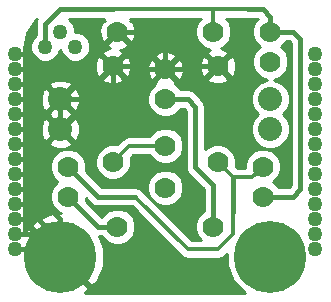
<source format=gtl>
G04 #@! TF.FileFunction,Copper,L1,Top,Signal*
%FSLAX46Y46*%
G04 Gerber Fmt 4.6, Leading zero omitted, Abs format (unit mm)*
G04 Created by KiCad (PCBNEW 4.0.2-4+6225~38~ubuntu15.04.1-stable) date Tue Mar  1 12:04:06 2016*
%MOMM*%
G01*
G04 APERTURE LIST*
%ADD10C,0.050800*%
%ADD11C,2.032000*%
%ADD12C,6.096000*%
%ADD13C,1.778000*%
%ADD14C,1.270000*%
%ADD15C,0.381000*%
%ADD16C,0.350000*%
%ADD17C,0.254000*%
G04 APERTURE END LIST*
D10*
D11*
X3810000Y17145000D03*
X3810000Y14605000D03*
X21590000Y17145000D03*
X21590000Y14605000D03*
D12*
X21590000Y3810000D03*
X3810000Y3810000D03*
D13*
X12700000Y13208000D03*
X12700000Y9652000D03*
D14*
X25400000Y20955000D03*
X0Y20955000D03*
X0Y19685000D03*
X0Y18415000D03*
X0Y17145000D03*
X0Y15875000D03*
X0Y14605000D03*
X0Y13335000D03*
X0Y12065000D03*
X0Y10795000D03*
X0Y9525000D03*
X0Y8255000D03*
X0Y6985000D03*
X0Y5715000D03*
X0Y4445000D03*
X25400000Y19685000D03*
X25400000Y18415000D03*
X25400000Y17145000D03*
X25400000Y15875000D03*
X25400000Y14605000D03*
X25400000Y13335000D03*
X25400000Y12065000D03*
X25400000Y10795000D03*
X25400000Y9525000D03*
X25400000Y8255000D03*
X25400000Y6985000D03*
X25400000Y5715000D03*
X25400000Y4445000D03*
D13*
X12700000Y19685000D03*
X12700000Y17145000D03*
X21590000Y22860000D03*
X21590000Y20320000D03*
X20955000Y11430000D03*
X20955000Y8890000D03*
X4445000Y11430000D03*
X4445000Y8890000D03*
D14*
X3810000Y22860000D03*
X5080000Y21590000D03*
X2540000Y21590000D03*
D13*
X16764000Y6350000D03*
X8636000Y6350000D03*
X17145000Y19939000D03*
X17145000Y11811000D03*
X8636000Y22860000D03*
X16764000Y22860000D03*
X8255000Y19939000D03*
X8255000Y11811000D03*
D15*
X18415000Y7620000D02*
X18415000Y10541000D01*
D16*
X18415000Y5715000D02*
X18415000Y7620000D01*
X14605000Y4445000D02*
X10160000Y8890000D01*
D15*
X6350000Y9525000D02*
X6985000Y8890000D01*
X6985000Y8890000D02*
X10160000Y8890000D01*
X6350000Y9525000D02*
X4445000Y11430000D01*
D16*
X18415000Y10541000D02*
X20066000Y10541000D01*
X20066000Y10541000D02*
X20955000Y11430000D01*
X18415000Y10541000D02*
X17145000Y11811000D01*
X18415000Y5715000D02*
X17145000Y4445000D01*
X17145000Y4445000D02*
X14605000Y4445000D01*
D15*
X20955000Y24752235D02*
X19697765Y24752235D01*
X19697765Y24752235D02*
X19685000Y24765000D01*
X21590000Y22860000D02*
X21590000Y24117235D01*
X21590000Y24117235D02*
X20955000Y24752235D01*
X23495000Y8890000D02*
X20955000Y8890000D01*
X24130000Y9525000D02*
X23495000Y8890000D01*
X24130000Y22225000D02*
X24130000Y9525000D01*
X23495000Y22860000D02*
X24130000Y22225000D01*
X21590000Y22860000D02*
X23495000Y22860000D01*
X3810000Y24765000D02*
X2540000Y23495000D01*
X2540000Y23495000D02*
X2540000Y21590000D01*
X8255000Y24765000D02*
X3810000Y24765000D01*
D16*
X16764000Y24765000D02*
X19685000Y24765000D01*
X16764000Y22860000D02*
X16764000Y24765000D01*
X8255000Y24765000D02*
X16764000Y24765000D01*
X12700000Y13208000D02*
X9652000Y13208000D01*
X9652000Y13208000D02*
X8255000Y11811000D01*
D15*
X8636000Y6350000D02*
X6985000Y6350000D01*
X6985000Y6350000D02*
X4445000Y8890000D01*
X10160000Y19939000D02*
X8255000Y19939000D01*
X12700000Y19685000D02*
X10414000Y19685000D01*
X10414000Y19685000D02*
X10160000Y19939000D01*
X15240000Y19939000D02*
X17145000Y19939000D01*
X12700000Y19685000D02*
X14986000Y19685000D01*
X14986000Y19685000D02*
X15240000Y19939000D01*
X3810000Y6985000D02*
X3810000Y3810000D01*
X2540000Y8255000D02*
X3810000Y6985000D01*
X1270000Y8255000D02*
X2540000Y8255000D01*
X1905000Y6985000D02*
X3810000Y5080000D01*
X3810000Y5080000D02*
X3810000Y3810000D01*
X1270000Y6985000D02*
X1905000Y6985000D01*
X1270000Y6985000D02*
X1270000Y8255000D01*
X0Y6985000D02*
X1270000Y6985000D01*
X1270000Y8255000D02*
X1270000Y9525000D01*
X0Y8255000D02*
X1270000Y8255000D01*
X0Y9525000D02*
X1270000Y9525000D01*
X1270000Y13335000D02*
X1270000Y10795000D01*
X1270000Y10795000D02*
X1270000Y9525000D01*
X0Y10795000D02*
X1270000Y10795000D01*
X0Y12065000D02*
X1270000Y12065000D01*
X1270000Y14605000D02*
X1270000Y13335000D01*
X0Y13335000D02*
X1270000Y13335000D01*
X1270000Y15875000D02*
X1270000Y14605000D01*
X0Y14605000D02*
X1270000Y14605000D01*
X1270000Y17145000D02*
X1270000Y15875000D01*
X0Y15875000D02*
X1270000Y15875000D01*
X1270000Y18415000D02*
X1270000Y17145000D01*
X0Y17145000D02*
X1270000Y17145000D01*
X1270000Y19685000D02*
X1270000Y18415000D01*
X0Y18415000D02*
X1270000Y18415000D01*
X1270000Y20955000D02*
X1270000Y19685000D01*
X0Y19685000D02*
X1270000Y19685000D01*
X0Y20955000D02*
X1270000Y20955000D01*
X0Y5715000D02*
X1905000Y5715000D01*
X1905000Y5715000D02*
X3810000Y3810000D01*
X0Y4445000D02*
X3175000Y4445000D01*
X3175000Y4445000D02*
X3810000Y3810000D01*
X8636000Y22860000D02*
X12192000Y22860000D01*
X12700000Y22352000D02*
X12700000Y19685000D01*
X12192000Y22860000D02*
X12700000Y22352000D01*
X3810000Y17145000D02*
X7620000Y17145000D01*
X8255000Y17780000D02*
X8255000Y19939000D01*
X7620000Y17145000D02*
X8255000Y17780000D01*
X3810000Y17145000D02*
X3810000Y14605000D01*
X15240000Y11430000D02*
X15240000Y16510000D01*
X16764000Y6350000D02*
X16764000Y9906000D01*
X16764000Y9906000D02*
X15240000Y11430000D01*
X15240000Y16510000D02*
X14605000Y17145000D01*
X14605000Y17145000D02*
X12700000Y17145000D01*
D17*
G36*
X15472769Y23724404D02*
X15240265Y23164472D01*
X15239736Y22558188D01*
X15471262Y21997851D01*
X15899596Y21568769D01*
X16459528Y21336265D01*
X16505704Y21336225D01*
X16337467Y21266539D01*
X16252409Y21011196D01*
X17145000Y20118605D01*
X18037591Y21011196D01*
X17952533Y21266539D01*
X17392936Y21470900D01*
X17626149Y21567262D01*
X18055231Y21995596D01*
X18287735Y22555528D01*
X18288264Y23161812D01*
X18056738Y23722149D01*
X17824293Y23955000D01*
X19555666Y23955000D01*
X19697765Y23926735D01*
X20501453Y23926735D01*
X20298769Y23724404D01*
X20066265Y23164472D01*
X20065736Y22558188D01*
X20297262Y21997851D01*
X20704737Y21589664D01*
X20298769Y21184404D01*
X20066265Y20624472D01*
X20065736Y20018188D01*
X20297262Y19457851D01*
X20725596Y19028769D01*
X21285525Y18796266D01*
X21263037Y18796286D01*
X20656005Y18545466D01*
X20191166Y18081437D01*
X19939287Y17474845D01*
X19938714Y16818037D01*
X20189534Y16211005D01*
X20525132Y15874821D01*
X20191166Y15541437D01*
X19939287Y14934845D01*
X19938714Y14278037D01*
X20189534Y13671005D01*
X20653563Y13206166D01*
X21260155Y12954287D01*
X21916963Y12953714D01*
X22523995Y13204534D01*
X22988834Y13668563D01*
X23240713Y14275155D01*
X23241286Y14931963D01*
X22990466Y15538995D01*
X22654868Y15875179D01*
X22988834Y16208563D01*
X23240713Y16815155D01*
X23241286Y17471963D01*
X22990466Y18078995D01*
X22526437Y18543834D01*
X21919845Y18795713D01*
X21891816Y18795737D01*
X22452149Y19027262D01*
X22881231Y19455596D01*
X23113735Y20015528D01*
X23114264Y20621812D01*
X22882738Y21182149D01*
X22475263Y21590336D01*
X22881231Y21995596D01*
X22897385Y22034500D01*
X23153066Y22034500D01*
X23304500Y21883067D01*
X23304500Y9866933D01*
X23153066Y9715500D01*
X22262881Y9715500D01*
X22247738Y9752149D01*
X21840263Y10160336D01*
X22246231Y10565596D01*
X22478735Y11125528D01*
X22479264Y11731812D01*
X22247738Y12292149D01*
X21819404Y12721231D01*
X21259472Y12953735D01*
X20653188Y12954264D01*
X20092851Y12722738D01*
X19663769Y12294404D01*
X19431265Y11734472D01*
X19430930Y11351000D01*
X18750513Y11351000D01*
X18647096Y11454416D01*
X18668735Y11506528D01*
X18669264Y12112812D01*
X18437738Y12673149D01*
X18009404Y13102231D01*
X17449472Y13334735D01*
X16843188Y13335264D01*
X16282851Y13103738D01*
X16065500Y12886766D01*
X16065500Y16509995D01*
X16065501Y16510000D01*
X16002663Y16825905D01*
X15968762Y16876642D01*
X15823717Y17093717D01*
X15823714Y17093719D01*
X15188717Y17728717D01*
X14920906Y17907663D01*
X14605000Y17970500D01*
X14007881Y17970500D01*
X13992738Y18007149D01*
X13564404Y18436231D01*
X13537494Y18447405D01*
X13592591Y18612804D01*
X12700000Y19505395D01*
X11807409Y18612804D01*
X11862353Y18447862D01*
X11837851Y18437738D01*
X11408769Y18009404D01*
X11176265Y17449472D01*
X11175736Y16843188D01*
X11407262Y16282851D01*
X11835596Y15853769D01*
X12395528Y15621265D01*
X13001812Y15620736D01*
X13562149Y15852262D01*
X13991231Y16280596D01*
X14007385Y16319500D01*
X14263066Y16319500D01*
X14414500Y16168067D01*
X14414500Y11430000D01*
X14477337Y11114094D01*
X14656283Y10846283D01*
X15938500Y9564067D01*
X15938500Y7657881D01*
X15901851Y7642738D01*
X15472769Y7214404D01*
X15240265Y6654472D01*
X15239736Y6048188D01*
X15471262Y5487851D01*
X15703707Y5255000D01*
X14940513Y5255000D01*
X10845325Y9350188D01*
X11175736Y9350188D01*
X11407262Y8789851D01*
X11835596Y8360769D01*
X12395528Y8128265D01*
X13001812Y8127736D01*
X13562149Y8359262D01*
X13991231Y8787596D01*
X14223735Y9347528D01*
X14224264Y9953812D01*
X13992738Y10514149D01*
X13564404Y10943231D01*
X13004472Y11175735D01*
X12398188Y11176264D01*
X11837851Y10944738D01*
X11408769Y10516404D01*
X11176265Y9956472D01*
X11175736Y9350188D01*
X10845325Y9350188D01*
X10787860Y9407652D01*
X10743717Y9473717D01*
X10475905Y9652663D01*
X10160000Y9715500D01*
X7326933Y9715500D01*
X6933717Y10108717D01*
X5953528Y11088906D01*
X5968735Y11125528D01*
X5969069Y11509188D01*
X6730736Y11509188D01*
X6962262Y10948851D01*
X7390596Y10519769D01*
X7950528Y10287265D01*
X8556812Y10286736D01*
X9117149Y10518262D01*
X9546231Y10946596D01*
X9778735Y11506528D01*
X9779264Y12112812D01*
X9756768Y12167256D01*
X9987513Y12398000D01*
X11385715Y12398000D01*
X11407262Y12345851D01*
X11835596Y11916769D01*
X12395528Y11684265D01*
X13001812Y11683736D01*
X13562149Y11915262D01*
X13991231Y12343596D01*
X14223735Y12903528D01*
X14224264Y13509812D01*
X13992738Y14070149D01*
X13564404Y14499231D01*
X13004472Y14731735D01*
X12398188Y14732264D01*
X11837851Y14500738D01*
X11408769Y14072404D01*
X11386178Y14018000D01*
X9652000Y14018000D01*
X9342026Y13956342D01*
X9234751Y13884663D01*
X9079243Y13780756D01*
X8611584Y13313096D01*
X8559472Y13334735D01*
X7953188Y13335264D01*
X7392851Y13103738D01*
X6963769Y12675404D01*
X6731265Y12115472D01*
X6730736Y11509188D01*
X5969069Y11509188D01*
X5969264Y11731812D01*
X5737738Y12292149D01*
X5309404Y12721231D01*
X4749472Y12953735D01*
X4143188Y12954264D01*
X3582851Y12722738D01*
X3153769Y12294404D01*
X2921265Y11734472D01*
X2920736Y11128188D01*
X3152262Y10567851D01*
X3559737Y10159664D01*
X3153769Y9754404D01*
X2921265Y9194472D01*
X2920736Y8588188D01*
X3152262Y8027851D01*
X3580596Y7598769D01*
X3835519Y7492916D01*
X3097463Y7496933D01*
X1740774Y6943606D01*
X1706784Y6920894D01*
X1358347Y6441258D01*
X3810000Y3989605D01*
X3824143Y4003747D01*
X4003748Y3824142D01*
X3989605Y3810000D01*
X6441258Y1358347D01*
X6920894Y1706784D01*
X7488958Y3057370D01*
X7496933Y4522537D01*
X7088281Y5524500D01*
X7328119Y5524500D01*
X7343262Y5487851D01*
X7771596Y5058769D01*
X8331528Y4826265D01*
X8937812Y4825736D01*
X9498149Y5057262D01*
X9927231Y5485596D01*
X10159735Y6045528D01*
X10160264Y6651812D01*
X9928738Y7212149D01*
X9500404Y7641231D01*
X8940472Y7873735D01*
X8334188Y7874264D01*
X7773851Y7642738D01*
X7344769Y7214404D01*
X7328615Y7175500D01*
X7326933Y7175500D01*
X5953528Y8548906D01*
X5968735Y8585528D01*
X5968869Y8738698D01*
X6401281Y8306286D01*
X6401283Y8306283D01*
X6667706Y8128265D01*
X6669095Y8127337D01*
X6985000Y8064499D01*
X6985005Y8064500D01*
X9839988Y8064500D01*
X14032243Y3872244D01*
X14125398Y3810000D01*
X14295026Y3696658D01*
X14605000Y3635000D01*
X17145000Y3635000D01*
X17454974Y3696658D01*
X17717756Y3872244D01*
X17907218Y4061706D01*
X17906362Y3080620D01*
X18465884Y1726474D01*
X19480585Y710000D01*
X5921130Y710000D01*
X6261653Y1178742D01*
X3810000Y3630395D01*
X3795858Y3616252D01*
X3616253Y3795857D01*
X3630395Y3810000D01*
X1178742Y6261653D01*
X710000Y5921130D01*
X710000Y13440893D01*
X2825498Y13440893D01*
X2926120Y13172378D01*
X3541642Y12943184D01*
X4198019Y12966986D01*
X4693880Y13172378D01*
X4794502Y13440893D01*
X3810000Y14425395D01*
X2825498Y13440893D01*
X710000Y13440893D01*
X710000Y14873358D01*
X2148184Y14873358D01*
X2171986Y14216981D01*
X2377378Y13721120D01*
X2645893Y13620498D01*
X3630395Y14605000D01*
X3989605Y14605000D01*
X4974107Y13620498D01*
X5242622Y13721120D01*
X5471816Y14336642D01*
X5448014Y14993019D01*
X5242622Y15488880D01*
X4974107Y15589502D01*
X3989605Y14605000D01*
X3630395Y14605000D01*
X2645893Y15589502D01*
X2377378Y15488880D01*
X2148184Y14873358D01*
X710000Y14873358D01*
X710000Y15980893D01*
X2825498Y15980893D01*
X2865180Y15875000D01*
X2825498Y15769107D01*
X3810000Y14784605D01*
X4794502Y15769107D01*
X4754820Y15875000D01*
X4794502Y15980893D01*
X3810000Y16965395D01*
X2825498Y15980893D01*
X710000Y15980893D01*
X710000Y17413358D01*
X2148184Y17413358D01*
X2171986Y16756981D01*
X2377378Y16261120D01*
X2645893Y16160498D01*
X3630395Y17145000D01*
X3989605Y17145000D01*
X4974107Y16160498D01*
X5242622Y16261120D01*
X5471816Y16876642D01*
X5448014Y17533019D01*
X5242622Y18028880D01*
X4974107Y18129502D01*
X3989605Y17145000D01*
X3630395Y17145000D01*
X2645893Y18129502D01*
X2377378Y18028880D01*
X2148184Y17413358D01*
X710000Y17413358D01*
X710000Y18309107D01*
X2825498Y18309107D01*
X3810000Y17324605D01*
X4794502Y18309107D01*
X4693880Y18577622D01*
X4078358Y18806816D01*
X3421981Y18783014D01*
X2926120Y18577622D01*
X2825498Y18309107D01*
X710000Y18309107D01*
X710000Y18866804D01*
X7362409Y18866804D01*
X7447467Y18611461D01*
X8016965Y18403484D01*
X8622700Y18429277D01*
X9062533Y18611461D01*
X9147591Y18866804D01*
X8255000Y19759395D01*
X7362409Y18866804D01*
X710000Y18866804D01*
X710000Y20177035D01*
X6719484Y20177035D01*
X6745277Y19571300D01*
X6927461Y19131467D01*
X7182804Y19046409D01*
X8075395Y19939000D01*
X8434605Y19939000D01*
X9327196Y19046409D01*
X9582539Y19131467D01*
X9790516Y19700965D01*
X9781060Y19923035D01*
X11164484Y19923035D01*
X11190277Y19317300D01*
X11372461Y18877467D01*
X11627804Y18792409D01*
X12520395Y19685000D01*
X12879605Y19685000D01*
X13772196Y18792409D01*
X13995528Y18866804D01*
X16252409Y18866804D01*
X16337467Y18611461D01*
X16906965Y18403484D01*
X17512700Y18429277D01*
X17952533Y18611461D01*
X18037591Y18866804D01*
X17145000Y19759395D01*
X16252409Y18866804D01*
X13995528Y18866804D01*
X14027539Y18877467D01*
X14235516Y19446965D01*
X14209723Y20052700D01*
X14158222Y20177035D01*
X15609484Y20177035D01*
X15635277Y19571300D01*
X15817461Y19131467D01*
X16072804Y19046409D01*
X16965395Y19939000D01*
X17324605Y19939000D01*
X18217196Y19046409D01*
X18472539Y19131467D01*
X18680516Y19700965D01*
X18654723Y20306700D01*
X18472539Y20746533D01*
X18217196Y20831591D01*
X17324605Y19939000D01*
X16965395Y19939000D01*
X16072804Y20831591D01*
X15817461Y20746533D01*
X15609484Y20177035D01*
X14158222Y20177035D01*
X14027539Y20492533D01*
X13772196Y20577591D01*
X12879605Y19685000D01*
X12520395Y19685000D01*
X11627804Y20577591D01*
X11372461Y20492533D01*
X11164484Y19923035D01*
X9781060Y19923035D01*
X9764723Y20306700D01*
X9582539Y20746533D01*
X9550529Y20757196D01*
X11807409Y20757196D01*
X12700000Y19864605D01*
X13592591Y20757196D01*
X13507533Y21012539D01*
X12938035Y21220516D01*
X12332300Y21194723D01*
X11892467Y21012539D01*
X11807409Y20757196D01*
X9550529Y20757196D01*
X9327196Y20831591D01*
X8434605Y19939000D01*
X8075395Y19939000D01*
X7182804Y20831591D01*
X6927461Y20746533D01*
X6719484Y20177035D01*
X710000Y20177035D01*
X710000Y21520069D01*
X958824Y22770995D01*
X1627804Y23772196D01*
X1851217Y23921475D01*
X1777337Y23810906D01*
X1748819Y23667533D01*
X1714500Y23495000D01*
X1714500Y22560427D01*
X1463974Y22310337D01*
X1270221Y21843727D01*
X1269780Y21338490D01*
X1462718Y20871542D01*
X1819663Y20513974D01*
X2286273Y20320221D01*
X2791510Y20319780D01*
X3258458Y20512718D01*
X3616026Y20869663D01*
X3809779Y21336273D01*
X3809781Y21338488D01*
X4002718Y20871542D01*
X4359663Y20513974D01*
X4826273Y20320221D01*
X5331510Y20319780D01*
X5798458Y20512718D01*
X6156026Y20869663D01*
X6214795Y21011196D01*
X7362409Y21011196D01*
X8255000Y20118605D01*
X9147591Y21011196D01*
X9062533Y21266539D01*
X8851036Y21343776D01*
X9003700Y21350277D01*
X9443533Y21532461D01*
X9528591Y21787804D01*
X8636000Y22680395D01*
X7743409Y21787804D01*
X7828467Y21532461D01*
X8039964Y21455224D01*
X7887300Y21448723D01*
X7447467Y21266539D01*
X7362409Y21011196D01*
X6214795Y21011196D01*
X6349779Y21336273D01*
X6350220Y21841510D01*
X6157282Y22308458D01*
X5800337Y22666026D01*
X5333727Y22859779D01*
X5080000Y22860000D01*
X5080220Y23111510D01*
X4887282Y23578458D01*
X4530337Y23936026D01*
X4521971Y23939500D01*
X7521532Y23939500D01*
X7449212Y23867180D01*
X7563802Y23752590D01*
X7308461Y23667533D01*
X7100484Y23098035D01*
X7126277Y22492300D01*
X7308461Y22052467D01*
X7563804Y21967409D01*
X8456395Y22860000D01*
X8442253Y22874142D01*
X8621858Y23053747D01*
X8636000Y23039605D01*
X8650143Y23053747D01*
X8829748Y22874142D01*
X8815605Y22860000D01*
X9708196Y21967409D01*
X9963539Y22052467D01*
X10171516Y22621965D01*
X10145723Y23227700D01*
X9963539Y23667533D01*
X9708198Y23752590D01*
X9822788Y23867180D01*
X9734968Y23955000D01*
X15703768Y23955000D01*
X15472769Y23724404D01*
X15472769Y23724404D01*
G37*
X15472769Y23724404D02*
X15240265Y23164472D01*
X15239736Y22558188D01*
X15471262Y21997851D01*
X15899596Y21568769D01*
X16459528Y21336265D01*
X16505704Y21336225D01*
X16337467Y21266539D01*
X16252409Y21011196D01*
X17145000Y20118605D01*
X18037591Y21011196D01*
X17952533Y21266539D01*
X17392936Y21470900D01*
X17626149Y21567262D01*
X18055231Y21995596D01*
X18287735Y22555528D01*
X18288264Y23161812D01*
X18056738Y23722149D01*
X17824293Y23955000D01*
X19555666Y23955000D01*
X19697765Y23926735D01*
X20501453Y23926735D01*
X20298769Y23724404D01*
X20066265Y23164472D01*
X20065736Y22558188D01*
X20297262Y21997851D01*
X20704737Y21589664D01*
X20298769Y21184404D01*
X20066265Y20624472D01*
X20065736Y20018188D01*
X20297262Y19457851D01*
X20725596Y19028769D01*
X21285525Y18796266D01*
X21263037Y18796286D01*
X20656005Y18545466D01*
X20191166Y18081437D01*
X19939287Y17474845D01*
X19938714Y16818037D01*
X20189534Y16211005D01*
X20525132Y15874821D01*
X20191166Y15541437D01*
X19939287Y14934845D01*
X19938714Y14278037D01*
X20189534Y13671005D01*
X20653563Y13206166D01*
X21260155Y12954287D01*
X21916963Y12953714D01*
X22523995Y13204534D01*
X22988834Y13668563D01*
X23240713Y14275155D01*
X23241286Y14931963D01*
X22990466Y15538995D01*
X22654868Y15875179D01*
X22988834Y16208563D01*
X23240713Y16815155D01*
X23241286Y17471963D01*
X22990466Y18078995D01*
X22526437Y18543834D01*
X21919845Y18795713D01*
X21891816Y18795737D01*
X22452149Y19027262D01*
X22881231Y19455596D01*
X23113735Y20015528D01*
X23114264Y20621812D01*
X22882738Y21182149D01*
X22475263Y21590336D01*
X22881231Y21995596D01*
X22897385Y22034500D01*
X23153066Y22034500D01*
X23304500Y21883067D01*
X23304500Y9866933D01*
X23153066Y9715500D01*
X22262881Y9715500D01*
X22247738Y9752149D01*
X21840263Y10160336D01*
X22246231Y10565596D01*
X22478735Y11125528D01*
X22479264Y11731812D01*
X22247738Y12292149D01*
X21819404Y12721231D01*
X21259472Y12953735D01*
X20653188Y12954264D01*
X20092851Y12722738D01*
X19663769Y12294404D01*
X19431265Y11734472D01*
X19430930Y11351000D01*
X18750513Y11351000D01*
X18647096Y11454416D01*
X18668735Y11506528D01*
X18669264Y12112812D01*
X18437738Y12673149D01*
X18009404Y13102231D01*
X17449472Y13334735D01*
X16843188Y13335264D01*
X16282851Y13103738D01*
X16065500Y12886766D01*
X16065500Y16509995D01*
X16065501Y16510000D01*
X16002663Y16825905D01*
X15968762Y16876642D01*
X15823717Y17093717D01*
X15823714Y17093719D01*
X15188717Y17728717D01*
X14920906Y17907663D01*
X14605000Y17970500D01*
X14007881Y17970500D01*
X13992738Y18007149D01*
X13564404Y18436231D01*
X13537494Y18447405D01*
X13592591Y18612804D01*
X12700000Y19505395D01*
X11807409Y18612804D01*
X11862353Y18447862D01*
X11837851Y18437738D01*
X11408769Y18009404D01*
X11176265Y17449472D01*
X11175736Y16843188D01*
X11407262Y16282851D01*
X11835596Y15853769D01*
X12395528Y15621265D01*
X13001812Y15620736D01*
X13562149Y15852262D01*
X13991231Y16280596D01*
X14007385Y16319500D01*
X14263066Y16319500D01*
X14414500Y16168067D01*
X14414500Y11430000D01*
X14477337Y11114094D01*
X14656283Y10846283D01*
X15938500Y9564067D01*
X15938500Y7657881D01*
X15901851Y7642738D01*
X15472769Y7214404D01*
X15240265Y6654472D01*
X15239736Y6048188D01*
X15471262Y5487851D01*
X15703707Y5255000D01*
X14940513Y5255000D01*
X10845325Y9350188D01*
X11175736Y9350188D01*
X11407262Y8789851D01*
X11835596Y8360769D01*
X12395528Y8128265D01*
X13001812Y8127736D01*
X13562149Y8359262D01*
X13991231Y8787596D01*
X14223735Y9347528D01*
X14224264Y9953812D01*
X13992738Y10514149D01*
X13564404Y10943231D01*
X13004472Y11175735D01*
X12398188Y11176264D01*
X11837851Y10944738D01*
X11408769Y10516404D01*
X11176265Y9956472D01*
X11175736Y9350188D01*
X10845325Y9350188D01*
X10787860Y9407652D01*
X10743717Y9473717D01*
X10475905Y9652663D01*
X10160000Y9715500D01*
X7326933Y9715500D01*
X6933717Y10108717D01*
X5953528Y11088906D01*
X5968735Y11125528D01*
X5969069Y11509188D01*
X6730736Y11509188D01*
X6962262Y10948851D01*
X7390596Y10519769D01*
X7950528Y10287265D01*
X8556812Y10286736D01*
X9117149Y10518262D01*
X9546231Y10946596D01*
X9778735Y11506528D01*
X9779264Y12112812D01*
X9756768Y12167256D01*
X9987513Y12398000D01*
X11385715Y12398000D01*
X11407262Y12345851D01*
X11835596Y11916769D01*
X12395528Y11684265D01*
X13001812Y11683736D01*
X13562149Y11915262D01*
X13991231Y12343596D01*
X14223735Y12903528D01*
X14224264Y13509812D01*
X13992738Y14070149D01*
X13564404Y14499231D01*
X13004472Y14731735D01*
X12398188Y14732264D01*
X11837851Y14500738D01*
X11408769Y14072404D01*
X11386178Y14018000D01*
X9652000Y14018000D01*
X9342026Y13956342D01*
X9234751Y13884663D01*
X9079243Y13780756D01*
X8611584Y13313096D01*
X8559472Y13334735D01*
X7953188Y13335264D01*
X7392851Y13103738D01*
X6963769Y12675404D01*
X6731265Y12115472D01*
X6730736Y11509188D01*
X5969069Y11509188D01*
X5969264Y11731812D01*
X5737738Y12292149D01*
X5309404Y12721231D01*
X4749472Y12953735D01*
X4143188Y12954264D01*
X3582851Y12722738D01*
X3153769Y12294404D01*
X2921265Y11734472D01*
X2920736Y11128188D01*
X3152262Y10567851D01*
X3559737Y10159664D01*
X3153769Y9754404D01*
X2921265Y9194472D01*
X2920736Y8588188D01*
X3152262Y8027851D01*
X3580596Y7598769D01*
X3835519Y7492916D01*
X3097463Y7496933D01*
X1740774Y6943606D01*
X1706784Y6920894D01*
X1358347Y6441258D01*
X3810000Y3989605D01*
X3824143Y4003747D01*
X4003748Y3824142D01*
X3989605Y3810000D01*
X6441258Y1358347D01*
X6920894Y1706784D01*
X7488958Y3057370D01*
X7496933Y4522537D01*
X7088281Y5524500D01*
X7328119Y5524500D01*
X7343262Y5487851D01*
X7771596Y5058769D01*
X8331528Y4826265D01*
X8937812Y4825736D01*
X9498149Y5057262D01*
X9927231Y5485596D01*
X10159735Y6045528D01*
X10160264Y6651812D01*
X9928738Y7212149D01*
X9500404Y7641231D01*
X8940472Y7873735D01*
X8334188Y7874264D01*
X7773851Y7642738D01*
X7344769Y7214404D01*
X7328615Y7175500D01*
X7326933Y7175500D01*
X5953528Y8548906D01*
X5968735Y8585528D01*
X5968869Y8738698D01*
X6401281Y8306286D01*
X6401283Y8306283D01*
X6667706Y8128265D01*
X6669095Y8127337D01*
X6985000Y8064499D01*
X6985005Y8064500D01*
X9839988Y8064500D01*
X14032243Y3872244D01*
X14125398Y3810000D01*
X14295026Y3696658D01*
X14605000Y3635000D01*
X17145000Y3635000D01*
X17454974Y3696658D01*
X17717756Y3872244D01*
X17907218Y4061706D01*
X17906362Y3080620D01*
X18465884Y1726474D01*
X19480585Y710000D01*
X5921130Y710000D01*
X6261653Y1178742D01*
X3810000Y3630395D01*
X3795858Y3616252D01*
X3616253Y3795857D01*
X3630395Y3810000D01*
X1178742Y6261653D01*
X710000Y5921130D01*
X710000Y13440893D01*
X2825498Y13440893D01*
X2926120Y13172378D01*
X3541642Y12943184D01*
X4198019Y12966986D01*
X4693880Y13172378D01*
X4794502Y13440893D01*
X3810000Y14425395D01*
X2825498Y13440893D01*
X710000Y13440893D01*
X710000Y14873358D01*
X2148184Y14873358D01*
X2171986Y14216981D01*
X2377378Y13721120D01*
X2645893Y13620498D01*
X3630395Y14605000D01*
X3989605Y14605000D01*
X4974107Y13620498D01*
X5242622Y13721120D01*
X5471816Y14336642D01*
X5448014Y14993019D01*
X5242622Y15488880D01*
X4974107Y15589502D01*
X3989605Y14605000D01*
X3630395Y14605000D01*
X2645893Y15589502D01*
X2377378Y15488880D01*
X2148184Y14873358D01*
X710000Y14873358D01*
X710000Y15980893D01*
X2825498Y15980893D01*
X2865180Y15875000D01*
X2825498Y15769107D01*
X3810000Y14784605D01*
X4794502Y15769107D01*
X4754820Y15875000D01*
X4794502Y15980893D01*
X3810000Y16965395D01*
X2825498Y15980893D01*
X710000Y15980893D01*
X710000Y17413358D01*
X2148184Y17413358D01*
X2171986Y16756981D01*
X2377378Y16261120D01*
X2645893Y16160498D01*
X3630395Y17145000D01*
X3989605Y17145000D01*
X4974107Y16160498D01*
X5242622Y16261120D01*
X5471816Y16876642D01*
X5448014Y17533019D01*
X5242622Y18028880D01*
X4974107Y18129502D01*
X3989605Y17145000D01*
X3630395Y17145000D01*
X2645893Y18129502D01*
X2377378Y18028880D01*
X2148184Y17413358D01*
X710000Y17413358D01*
X710000Y18309107D01*
X2825498Y18309107D01*
X3810000Y17324605D01*
X4794502Y18309107D01*
X4693880Y18577622D01*
X4078358Y18806816D01*
X3421981Y18783014D01*
X2926120Y18577622D01*
X2825498Y18309107D01*
X710000Y18309107D01*
X710000Y18866804D01*
X7362409Y18866804D01*
X7447467Y18611461D01*
X8016965Y18403484D01*
X8622700Y18429277D01*
X9062533Y18611461D01*
X9147591Y18866804D01*
X8255000Y19759395D01*
X7362409Y18866804D01*
X710000Y18866804D01*
X710000Y20177035D01*
X6719484Y20177035D01*
X6745277Y19571300D01*
X6927461Y19131467D01*
X7182804Y19046409D01*
X8075395Y19939000D01*
X8434605Y19939000D01*
X9327196Y19046409D01*
X9582539Y19131467D01*
X9790516Y19700965D01*
X9781060Y19923035D01*
X11164484Y19923035D01*
X11190277Y19317300D01*
X11372461Y18877467D01*
X11627804Y18792409D01*
X12520395Y19685000D01*
X12879605Y19685000D01*
X13772196Y18792409D01*
X13995528Y18866804D01*
X16252409Y18866804D01*
X16337467Y18611461D01*
X16906965Y18403484D01*
X17512700Y18429277D01*
X17952533Y18611461D01*
X18037591Y18866804D01*
X17145000Y19759395D01*
X16252409Y18866804D01*
X13995528Y18866804D01*
X14027539Y18877467D01*
X14235516Y19446965D01*
X14209723Y20052700D01*
X14158222Y20177035D01*
X15609484Y20177035D01*
X15635277Y19571300D01*
X15817461Y19131467D01*
X16072804Y19046409D01*
X16965395Y19939000D01*
X17324605Y19939000D01*
X18217196Y19046409D01*
X18472539Y19131467D01*
X18680516Y19700965D01*
X18654723Y20306700D01*
X18472539Y20746533D01*
X18217196Y20831591D01*
X17324605Y19939000D01*
X16965395Y19939000D01*
X16072804Y20831591D01*
X15817461Y20746533D01*
X15609484Y20177035D01*
X14158222Y20177035D01*
X14027539Y20492533D01*
X13772196Y20577591D01*
X12879605Y19685000D01*
X12520395Y19685000D01*
X11627804Y20577591D01*
X11372461Y20492533D01*
X11164484Y19923035D01*
X9781060Y19923035D01*
X9764723Y20306700D01*
X9582539Y20746533D01*
X9550529Y20757196D01*
X11807409Y20757196D01*
X12700000Y19864605D01*
X13592591Y20757196D01*
X13507533Y21012539D01*
X12938035Y21220516D01*
X12332300Y21194723D01*
X11892467Y21012539D01*
X11807409Y20757196D01*
X9550529Y20757196D01*
X9327196Y20831591D01*
X8434605Y19939000D01*
X8075395Y19939000D01*
X7182804Y20831591D01*
X6927461Y20746533D01*
X6719484Y20177035D01*
X710000Y20177035D01*
X710000Y21520069D01*
X958824Y22770995D01*
X1627804Y23772196D01*
X1851217Y23921475D01*
X1777337Y23810906D01*
X1748819Y23667533D01*
X1714500Y23495000D01*
X1714500Y22560427D01*
X1463974Y22310337D01*
X1270221Y21843727D01*
X1269780Y21338490D01*
X1462718Y20871542D01*
X1819663Y20513974D01*
X2286273Y20320221D01*
X2791510Y20319780D01*
X3258458Y20512718D01*
X3616026Y20869663D01*
X3809779Y21336273D01*
X3809781Y21338488D01*
X4002718Y20871542D01*
X4359663Y20513974D01*
X4826273Y20320221D01*
X5331510Y20319780D01*
X5798458Y20512718D01*
X6156026Y20869663D01*
X6214795Y21011196D01*
X7362409Y21011196D01*
X8255000Y20118605D01*
X9147591Y21011196D01*
X9062533Y21266539D01*
X8851036Y21343776D01*
X9003700Y21350277D01*
X9443533Y21532461D01*
X9528591Y21787804D01*
X8636000Y22680395D01*
X7743409Y21787804D01*
X7828467Y21532461D01*
X8039964Y21455224D01*
X7887300Y21448723D01*
X7447467Y21266539D01*
X7362409Y21011196D01*
X6214795Y21011196D01*
X6349779Y21336273D01*
X6350220Y21841510D01*
X6157282Y22308458D01*
X5800337Y22666026D01*
X5333727Y22859779D01*
X5080000Y22860000D01*
X5080220Y23111510D01*
X4887282Y23578458D01*
X4530337Y23936026D01*
X4521971Y23939500D01*
X7521532Y23939500D01*
X7449212Y23867180D01*
X7563802Y23752590D01*
X7308461Y23667533D01*
X7100484Y23098035D01*
X7126277Y22492300D01*
X7308461Y22052467D01*
X7563804Y21967409D01*
X8456395Y22860000D01*
X8442253Y22874142D01*
X8621858Y23053747D01*
X8636000Y23039605D01*
X8650143Y23053747D01*
X8829748Y22874142D01*
X8815605Y22860000D01*
X9708196Y21967409D01*
X9963539Y22052467D01*
X10171516Y22621965D01*
X10145723Y23227700D01*
X9963539Y23667533D01*
X9708198Y23752590D01*
X9822788Y23867180D01*
X9734968Y23955000D01*
X15703768Y23955000D01*
X15472769Y23724404D01*
M02*

</source>
